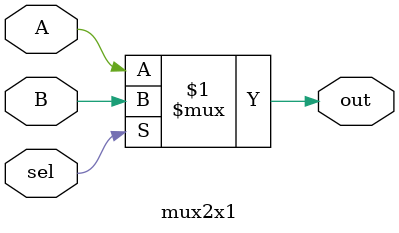
<source format=v>
`timescale 1ns / 1ps
module mux2x1(A, B, sel, out);
    input A, B;
    input sel;
    output wire out;
    
    assign out = sel ? B : A;
endmodule

</source>
